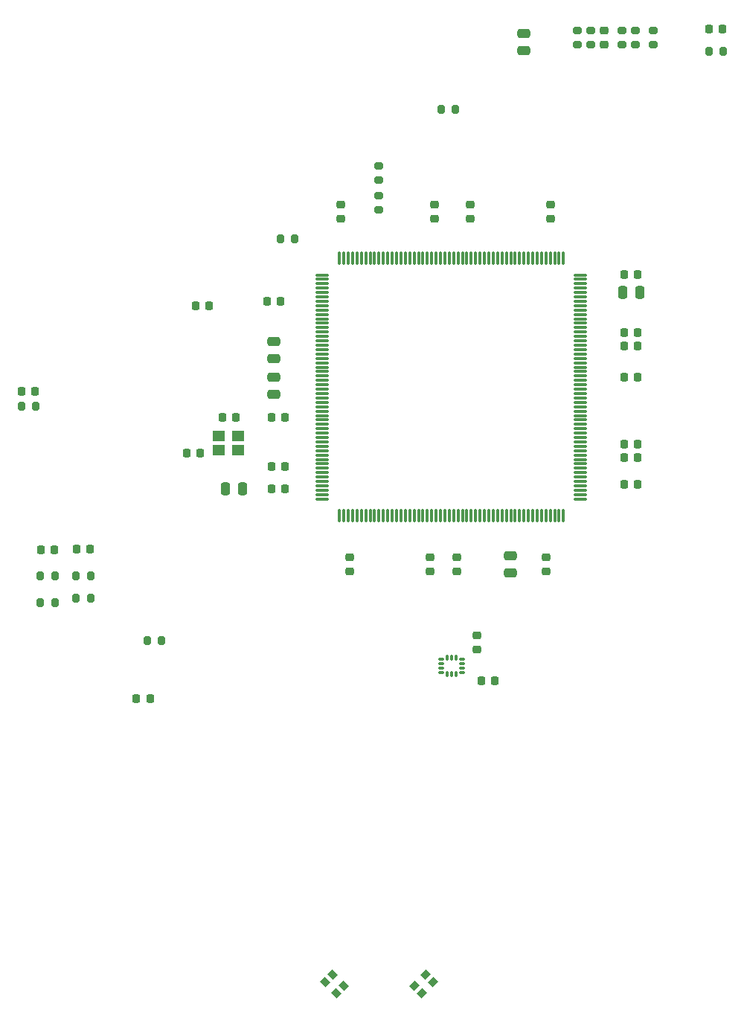
<source format=gtp>
G04 #@! TF.GenerationSoftware,KiCad,Pcbnew,7.0.1*
G04 #@! TF.CreationDate,2024-01-20T14:02:28+00:00*
G04 #@! TF.ProjectId,gk,676b2e6b-6963-4616-945f-706362585858,rev?*
G04 #@! TF.SameCoordinates,Original*
G04 #@! TF.FileFunction,Paste,Top*
G04 #@! TF.FilePolarity,Positive*
%FSLAX46Y46*%
G04 Gerber Fmt 4.6, Leading zero omitted, Abs format (unit mm)*
G04 Created by KiCad (PCBNEW 7.0.1) date 2024-01-20 14:02:28*
%MOMM*%
%LPD*%
G01*
G04 APERTURE LIST*
G04 Aperture macros list*
%AMRoundRect*
0 Rectangle with rounded corners*
0 $1 Rounding radius*
0 $2 $3 $4 $5 $6 $7 $8 $9 X,Y pos of 4 corners*
0 Add a 4 corners polygon primitive as box body*
4,1,4,$2,$3,$4,$5,$6,$7,$8,$9,$2,$3,0*
0 Add four circle primitives for the rounded corners*
1,1,$1+$1,$2,$3*
1,1,$1+$1,$4,$5*
1,1,$1+$1,$6,$7*
1,1,$1+$1,$8,$9*
0 Add four rect primitives between the rounded corners*
20,1,$1+$1,$2,$3,$4,$5,0*
20,1,$1+$1,$4,$5,$6,$7,0*
20,1,$1+$1,$6,$7,$8,$9,0*
20,1,$1+$1,$8,$9,$2,$3,0*%
%AMRotRect*
0 Rectangle, with rotation*
0 The origin of the aperture is its center*
0 $1 length*
0 $2 width*
0 $3 Rotation angle, in degrees counterclockwise*
0 Add horizontal line*
21,1,$1,$2,0,0,$3*%
G04 Aperture macros list end*
%ADD10RoundRect,0.225000X0.225000X0.250000X-0.225000X0.250000X-0.225000X-0.250000X0.225000X-0.250000X0*%
%ADD11RoundRect,0.200000X-0.200000X-0.275000X0.200000X-0.275000X0.200000X0.275000X-0.200000X0.275000X0*%
%ADD12RoundRect,0.225000X-0.225000X-0.250000X0.225000X-0.250000X0.225000X0.250000X-0.225000X0.250000X0*%
%ADD13RoundRect,0.250000X-0.250000X-0.475000X0.250000X-0.475000X0.250000X0.475000X-0.250000X0.475000X0*%
%ADD14RoundRect,0.250000X-0.475000X0.250000X-0.475000X-0.250000X0.475000X-0.250000X0.475000X0.250000X0*%
%ADD15RotRect,0.900000X0.800000X135.000000*%
%ADD16RoundRect,0.225000X-0.250000X0.225000X-0.250000X-0.225000X0.250000X-0.225000X0.250000X0.225000X0*%
%ADD17RoundRect,0.200000X0.275000X-0.200000X0.275000X0.200000X-0.275000X0.200000X-0.275000X-0.200000X0*%
%ADD18RoundRect,0.200000X0.200000X0.275000X-0.200000X0.275000X-0.200000X-0.275000X0.200000X-0.275000X0*%
%ADD19RoundRect,0.250000X0.475000X-0.250000X0.475000X0.250000X-0.475000X0.250000X-0.475000X-0.250000X0*%
%ADD20RoundRect,0.225000X0.250000X-0.225000X0.250000X0.225000X-0.250000X0.225000X-0.250000X-0.225000X0*%
%ADD21R,1.400000X1.150000*%
%ADD22RotRect,0.900000X0.800000X45.000000*%
%ADD23RoundRect,0.087500X-0.225000X-0.087500X0.225000X-0.087500X0.225000X0.087500X-0.225000X0.087500X0*%
%ADD24RoundRect,0.087500X-0.087500X-0.225000X0.087500X-0.225000X0.087500X0.225000X-0.087500X0.225000X0*%
%ADD25RoundRect,0.200000X-0.275000X0.200000X-0.275000X-0.200000X0.275000X-0.200000X0.275000X0.200000X0*%
%ADD26RoundRect,0.075000X-0.675000X-0.075000X0.675000X-0.075000X0.675000X0.075000X-0.675000X0.075000X0*%
%ADD27RoundRect,0.075000X-0.075000X-0.675000X0.075000X-0.675000X0.075000X0.675000X-0.075000X0.675000X0*%
%ADD28RoundRect,0.250000X0.250000X0.475000X-0.250000X0.475000X-0.250000X-0.475000X0.250000X-0.475000X0*%
G04 APERTURE END LIST*
D10*
X79515000Y-70104000D03*
X77965000Y-70104000D03*
D11*
X97219000Y-35052000D03*
X98869000Y-35052000D03*
D12*
X118097000Y-73152000D03*
X119647000Y-73152000D03*
D13*
X117922000Y-55880000D03*
X119822000Y-55880000D03*
D12*
X118097000Y-53848000D03*
X119647000Y-53848000D03*
X118097000Y-60452000D03*
X119647000Y-60452000D03*
D14*
X78232000Y-65598000D03*
X78232000Y-67498000D03*
D15*
X85302132Y-135680660D03*
X86150660Y-134832132D03*
X84877868Y-133559340D03*
X84029340Y-134407868D03*
D16*
X109220000Y-86093000D03*
X109220000Y-87643000D03*
D10*
X79007000Y-56896000D03*
X77457000Y-56896000D03*
D12*
X127749000Y-25908000D03*
X129299000Y-25908000D03*
X55765400Y-85110800D03*
X57315400Y-85110800D03*
D17*
X90170000Y-46545000D03*
X90170000Y-44895000D03*
D12*
X118097000Y-65532000D03*
X119647000Y-65532000D03*
X118097000Y-74676000D03*
X119647000Y-74676000D03*
D16*
X115824000Y-26149000D03*
X115824000Y-27699000D03*
X96012000Y-86093000D03*
X96012000Y-87643000D03*
D18*
X65442600Y-95504000D03*
X63792600Y-95504000D03*
D19*
X78232000Y-63434000D03*
X78232000Y-61534000D03*
D17*
X114300000Y-27749000D03*
X114300000Y-26099000D03*
D20*
X100584000Y-47511000D03*
X100584000Y-45961000D03*
D17*
X119380000Y-27749000D03*
X119380000Y-26099000D03*
D10*
X73927000Y-70104000D03*
X72377000Y-70104000D03*
D14*
X105156000Y-85918000D03*
X105156000Y-87818000D03*
D20*
X85852000Y-47511000D03*
X85852000Y-45961000D03*
D11*
X127699000Y-28448000D03*
X129349000Y-28448000D03*
D10*
X69863000Y-74168000D03*
X68313000Y-74168000D03*
D11*
X78931000Y-49784000D03*
X80581000Y-49784000D03*
D12*
X51701400Y-85170800D03*
X53251400Y-85170800D03*
D11*
X51651400Y-88158800D03*
X53301400Y-88158800D03*
X55715400Y-88188800D03*
X57365400Y-88188800D03*
D21*
X74125000Y-72225000D03*
X71925000Y-72225000D03*
X71925000Y-73825000D03*
X74125000Y-73825000D03*
D10*
X79515000Y-75692000D03*
X77965000Y-75692000D03*
D20*
X101346000Y-96533000D03*
X101346000Y-94983000D03*
D11*
X51651400Y-91206800D03*
X53301400Y-91206800D03*
D22*
X94189340Y-134832132D03*
X95037868Y-135680660D03*
X96310660Y-134407868D03*
X95462132Y-133559340D03*
D23*
X97262500Y-97675000D03*
X97262500Y-98175000D03*
X97262500Y-98675000D03*
X97262500Y-99175000D03*
D24*
X97925000Y-99337500D03*
X98425000Y-99337500D03*
X98925000Y-99337500D03*
D23*
X99587500Y-99175000D03*
X99587500Y-98675000D03*
X99587500Y-98175000D03*
X99587500Y-97675000D03*
D24*
X98925000Y-97512500D03*
X98425000Y-97512500D03*
X97925000Y-97512500D03*
D25*
X90170000Y-41491400D03*
X90170000Y-43141400D03*
D16*
X86868000Y-86093000D03*
X86868000Y-87643000D03*
D14*
X106680000Y-26482000D03*
X106680000Y-28382000D03*
D17*
X117856000Y-27749000D03*
X117856000Y-26099000D03*
D20*
X109728000Y-47511000D03*
X109728000Y-45961000D03*
D11*
X55715400Y-90698800D03*
X57365400Y-90698800D03*
D16*
X99060000Y-86093000D03*
X99060000Y-87643000D03*
D12*
X118097000Y-77724000D03*
X119647000Y-77724000D03*
D10*
X70879000Y-57404000D03*
X69329000Y-57404000D03*
X79515000Y-78232000D03*
X77965000Y-78232000D03*
D17*
X121412000Y-27749000D03*
X121412000Y-26099000D03*
D10*
X64122600Y-102108000D03*
X62572600Y-102108000D03*
D26*
X83750000Y-53925000D03*
X83750000Y-54425000D03*
X83750000Y-54925000D03*
X83750000Y-55425000D03*
X83750000Y-55925000D03*
X83750000Y-56425000D03*
X83750000Y-56925000D03*
X83750000Y-57425000D03*
X83750000Y-57925000D03*
X83750000Y-58425000D03*
X83750000Y-58925000D03*
X83750000Y-59425000D03*
X83750000Y-59925000D03*
X83750000Y-60425000D03*
X83750000Y-60925000D03*
X83750000Y-61425000D03*
X83750000Y-61925000D03*
X83750000Y-62425000D03*
X83750000Y-62925000D03*
X83750000Y-63425000D03*
X83750000Y-63925000D03*
X83750000Y-64425000D03*
X83750000Y-64925000D03*
X83750000Y-65425000D03*
X83750000Y-65925000D03*
X83750000Y-66425000D03*
X83750000Y-66925000D03*
X83750000Y-67425000D03*
X83750000Y-67925000D03*
X83750000Y-68425000D03*
X83750000Y-68925000D03*
X83750000Y-69425000D03*
X83750000Y-69925000D03*
X83750000Y-70425000D03*
X83750000Y-70925000D03*
X83750000Y-71425000D03*
X83750000Y-71925000D03*
X83750000Y-72425000D03*
X83750000Y-72925000D03*
X83750000Y-73425000D03*
X83750000Y-73925000D03*
X83750000Y-74425000D03*
X83750000Y-74925000D03*
X83750000Y-75425000D03*
X83750000Y-75925000D03*
X83750000Y-76425000D03*
X83750000Y-76925000D03*
X83750000Y-77425000D03*
X83750000Y-77925000D03*
X83750000Y-78425000D03*
X83750000Y-78925000D03*
X83750000Y-79425000D03*
D27*
X85675000Y-81350000D03*
X86175000Y-81350000D03*
X86675000Y-81350000D03*
X87175000Y-81350000D03*
X87675000Y-81350000D03*
X88175000Y-81350000D03*
X88675000Y-81350000D03*
X89175000Y-81350000D03*
X89675000Y-81350000D03*
X90175000Y-81350000D03*
X90675000Y-81350000D03*
X91175000Y-81350000D03*
X91675000Y-81350000D03*
X92175000Y-81350000D03*
X92675000Y-81350000D03*
X93175000Y-81350000D03*
X93675000Y-81350000D03*
X94175000Y-81350000D03*
X94675000Y-81350000D03*
X95175000Y-81350000D03*
X95675000Y-81350000D03*
X96175000Y-81350000D03*
X96675000Y-81350000D03*
X97175000Y-81350000D03*
X97675000Y-81350000D03*
X98175000Y-81350000D03*
X98675000Y-81350000D03*
X99175000Y-81350000D03*
X99675000Y-81350000D03*
X100175000Y-81350000D03*
X100675000Y-81350000D03*
X101175000Y-81350000D03*
X101675000Y-81350000D03*
X102175000Y-81350000D03*
X102675000Y-81350000D03*
X103175000Y-81350000D03*
X103675000Y-81350000D03*
X104175000Y-81350000D03*
X104675000Y-81350000D03*
X105175000Y-81350000D03*
X105675000Y-81350000D03*
X106175000Y-81350000D03*
X106675000Y-81350000D03*
X107175000Y-81350000D03*
X107675000Y-81350000D03*
X108175000Y-81350000D03*
X108675000Y-81350000D03*
X109175000Y-81350000D03*
X109675000Y-81350000D03*
X110175000Y-81350000D03*
X110675000Y-81350000D03*
X111175000Y-81350000D03*
D26*
X113100000Y-79425000D03*
X113100000Y-78925000D03*
X113100000Y-78425000D03*
X113100000Y-77925000D03*
X113100000Y-77425000D03*
X113100000Y-76925000D03*
X113100000Y-76425000D03*
X113100000Y-75925000D03*
X113100000Y-75425000D03*
X113100000Y-74925000D03*
X113100000Y-74425000D03*
X113100000Y-73925000D03*
X113100000Y-73425000D03*
X113100000Y-72925000D03*
X113100000Y-72425000D03*
X113100000Y-71925000D03*
X113100000Y-71425000D03*
X113100000Y-70925000D03*
X113100000Y-70425000D03*
X113100000Y-69925000D03*
X113100000Y-69425000D03*
X113100000Y-68925000D03*
X113100000Y-68425000D03*
X113100000Y-67925000D03*
X113100000Y-67425000D03*
X113100000Y-66925000D03*
X113100000Y-66425000D03*
X113100000Y-65925000D03*
X113100000Y-65425000D03*
X113100000Y-64925000D03*
X113100000Y-64425000D03*
X113100000Y-63925000D03*
X113100000Y-63425000D03*
X113100000Y-62925000D03*
X113100000Y-62425000D03*
X113100000Y-61925000D03*
X113100000Y-61425000D03*
X113100000Y-60925000D03*
X113100000Y-60425000D03*
X113100000Y-59925000D03*
X113100000Y-59425000D03*
X113100000Y-58925000D03*
X113100000Y-58425000D03*
X113100000Y-57925000D03*
X113100000Y-57425000D03*
X113100000Y-56925000D03*
X113100000Y-56425000D03*
X113100000Y-55925000D03*
X113100000Y-55425000D03*
X113100000Y-54925000D03*
X113100000Y-54425000D03*
X113100000Y-53925000D03*
D27*
X111175000Y-52000000D03*
X110675000Y-52000000D03*
X110175000Y-52000000D03*
X109675000Y-52000000D03*
X109175000Y-52000000D03*
X108675000Y-52000000D03*
X108175000Y-52000000D03*
X107675000Y-52000000D03*
X107175000Y-52000000D03*
X106675000Y-52000000D03*
X106175000Y-52000000D03*
X105675000Y-52000000D03*
X105175000Y-52000000D03*
X104675000Y-52000000D03*
X104175000Y-52000000D03*
X103675000Y-52000000D03*
X103175000Y-52000000D03*
X102675000Y-52000000D03*
X102175000Y-52000000D03*
X101675000Y-52000000D03*
X101175000Y-52000000D03*
X100675000Y-52000000D03*
X100175000Y-52000000D03*
X99675000Y-52000000D03*
X99175000Y-52000000D03*
X98675000Y-52000000D03*
X98175000Y-52000000D03*
X97675000Y-52000000D03*
X97175000Y-52000000D03*
X96675000Y-52000000D03*
X96175000Y-52000000D03*
X95675000Y-52000000D03*
X95175000Y-52000000D03*
X94675000Y-52000000D03*
X94175000Y-52000000D03*
X93675000Y-52000000D03*
X93175000Y-52000000D03*
X92675000Y-52000000D03*
X92175000Y-52000000D03*
X91675000Y-52000000D03*
X91175000Y-52000000D03*
X90675000Y-52000000D03*
X90175000Y-52000000D03*
X89675000Y-52000000D03*
X89175000Y-52000000D03*
X88675000Y-52000000D03*
X88175000Y-52000000D03*
X87675000Y-52000000D03*
X87175000Y-52000000D03*
X86675000Y-52000000D03*
X86175000Y-52000000D03*
X85675000Y-52000000D03*
D10*
X51067000Y-67176000D03*
X49517000Y-67176000D03*
D28*
X74610000Y-78232000D03*
X72710000Y-78232000D03*
D12*
X118097000Y-61976000D03*
X119647000Y-61976000D03*
D20*
X96520000Y-47511000D03*
X96520000Y-45961000D03*
D11*
X49467000Y-68884800D03*
X51117000Y-68884800D03*
D12*
X101841000Y-100076000D03*
X103391000Y-100076000D03*
D17*
X112776000Y-27749000D03*
X112776000Y-26099000D03*
M02*

</source>
